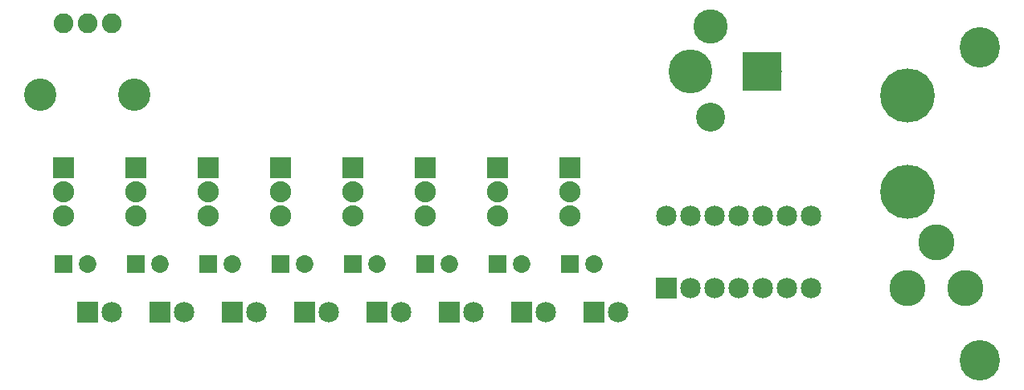
<source format=gbs>
G04 MADE WITH FRITZING*
G04 WWW.FRITZING.ORG*
G04 DOUBLE SIDED*
G04 HOLES PLATED*
G04 CONTOUR ON CENTER OF CONTOUR VECTOR*
%ASAXBY*%
%FSLAX23Y23*%
%MOIN*%
%OFA0B0*%
%SFA1.0B1.0*%
%ADD10C,0.088000*%
%ADD11C,0.085000*%
%ADD12C,0.225000*%
%ADD13C,0.150000*%
%ADD14C,0.081889*%
%ADD15C,0.081917*%
%ADD16C,0.134033*%
%ADD17C,0.072992*%
%ADD18C,0.167480*%
%ADD19C,0.158000*%
%ADD20C,0.142000*%
%ADD21C,0.120000*%
%ADD22C,0.182000*%
%ADD23R,0.088000X0.088000*%
%ADD24R,0.085000X0.085000*%
%ADD25R,0.072992X0.072992*%
%ADD26R,0.160000X0.160000*%
%LNMASK0*%
G90*
G70*
G54D10*
X233Y953D03*
X233Y853D03*
X233Y753D03*
X533Y953D03*
X533Y853D03*
X533Y753D03*
X833Y953D03*
X833Y853D03*
X833Y753D03*
X1133Y953D03*
X1133Y853D03*
X1133Y753D03*
X1433Y953D03*
X1433Y853D03*
X1433Y753D03*
X1733Y953D03*
X1733Y853D03*
X1733Y753D03*
X2033Y953D03*
X2033Y853D03*
X2033Y753D03*
X2333Y953D03*
X2333Y853D03*
X2333Y753D03*
G54D11*
X2433Y353D03*
X2533Y353D03*
X2133Y353D03*
X2233Y353D03*
X1833Y353D03*
X1933Y353D03*
X1533Y353D03*
X1633Y353D03*
X1233Y353D03*
X1333Y353D03*
X933Y353D03*
X1033Y353D03*
X633Y353D03*
X733Y353D03*
X333Y353D03*
X433Y353D03*
X2733Y453D03*
X2733Y753D03*
X2833Y453D03*
X2833Y753D03*
X2933Y453D03*
X2933Y753D03*
X3033Y453D03*
X3033Y753D03*
X3133Y453D03*
X3133Y753D03*
X3233Y453D03*
X3233Y753D03*
X3333Y453D03*
X3333Y753D03*
G54D12*
X3733Y1253D03*
X3733Y853D03*
G54D13*
X3973Y453D03*
X3733Y453D03*
X3853Y643D03*
X3973Y453D03*
X3733Y453D03*
X3853Y643D03*
G54D14*
X433Y1553D03*
X333Y1553D03*
G54D15*
X233Y1553D03*
G54D16*
X527Y1257D03*
X139Y1257D03*
G54D14*
X433Y1553D03*
X333Y1553D03*
G54D15*
X233Y1553D03*
G54D16*
X527Y1257D03*
X139Y1257D03*
G54D17*
X2334Y553D03*
X2433Y553D03*
X2034Y553D03*
X2133Y553D03*
X1734Y553D03*
X1833Y553D03*
X1434Y553D03*
X1533Y553D03*
X1134Y553D03*
X1233Y553D03*
X834Y553D03*
X933Y553D03*
X534Y553D03*
X633Y553D03*
X234Y553D03*
X333Y553D03*
G54D18*
X4033Y153D03*
X4033Y1453D03*
G54D19*
X3133Y1353D03*
G54D20*
X2918Y1541D03*
G54D21*
X2918Y1165D03*
G54D22*
X2833Y1353D03*
G54D23*
X233Y953D03*
X533Y953D03*
X833Y953D03*
X1133Y953D03*
X1433Y953D03*
X1733Y953D03*
X2033Y953D03*
X2333Y953D03*
G54D24*
X2433Y353D03*
X2133Y353D03*
X1833Y353D03*
X1533Y353D03*
X1233Y353D03*
X933Y353D03*
X633Y353D03*
X333Y353D03*
X2733Y453D03*
G54D25*
X2334Y553D03*
X2034Y553D03*
X1734Y553D03*
X1434Y553D03*
X1134Y553D03*
X834Y553D03*
X534Y553D03*
X234Y553D03*
G54D26*
X3132Y1353D03*
G04 End of Mask0*
M02*
</source>
